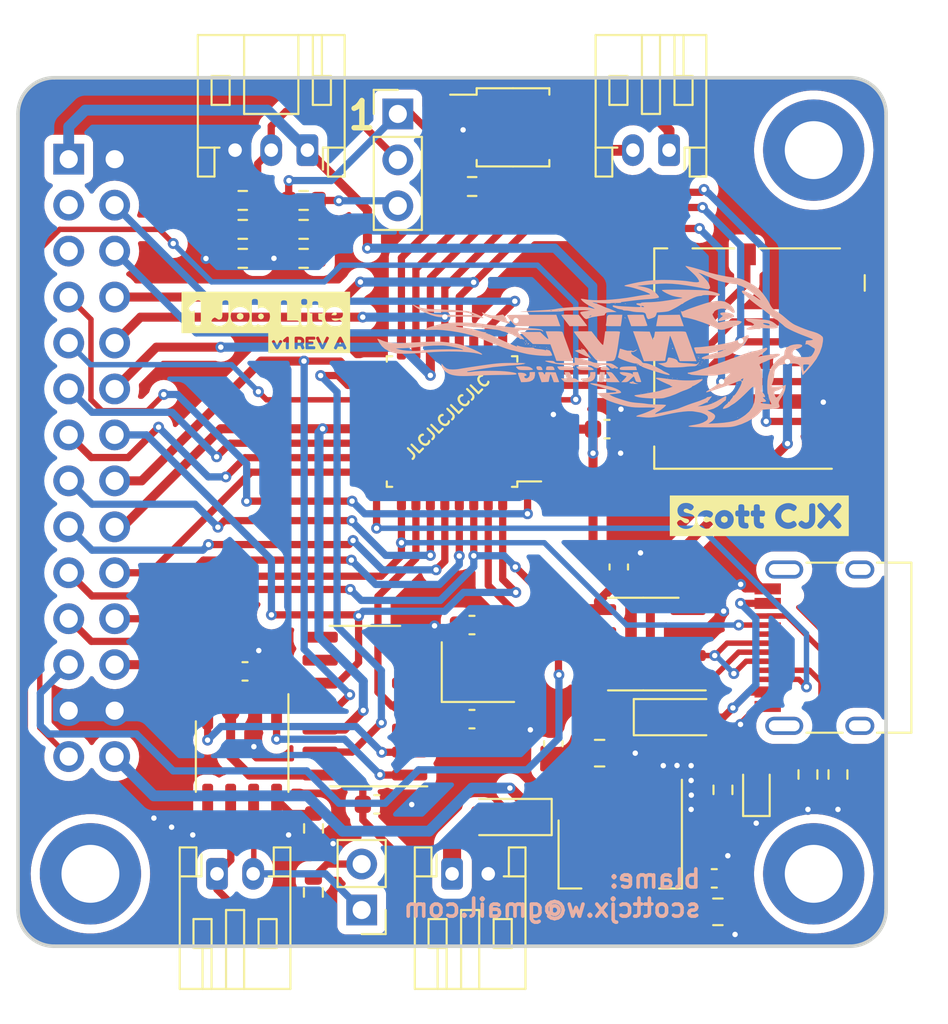
<source format=kicad_pcb>
(kicad_pcb (version 20221018) (generator pcbnew)
  (layers (0 "F.Cu" signal) (31 "B.Cu" signal) (34 "B.Paste" user) (35 "F.Paste" user) (36 "B.SilkS" user "B.Silkscreen") (37 "F.SilkS" user "F.Silkscreen") (38 "B.Mask" user) (39 "F.Mask" user) (44 "Edge.Cuts" user))
  (net 0 "")
  (net 1 "/PC14")
  (net 2 "/PC15")
  (net 3 "+3V3")
  (net 4 "GND")
  (net 5 "/~{NRST}")
  (net 6 "/CanBus/OSC_OUT")
  (net 7 "/CanBus/OSC_IN")
  (net 8 "Net-(D401-A)")
  (net 9 "Net-(J201-Pin_2)")
  (net 10 "VCC")
  (net 11 "VBUS")
  (net 12 "/1JIO/A1_DIV-12V")
  (net 13 "/1JIO/A1_DIV-05V")
  (net 14 "/1JIO/SSR-IN")
  (net 15 "/1JIO/SSR-OUT")
  (net 16 "Net-(U201-Rs)")
  (net 17 "/CAN_+")
  (net 18 "/PB7")
  (net 19 "/CanBus/CAN_TX")
  (net 20 "/CanBus/CAN_RX")
  (net 24 "/PB2")
  (net 25 "/PB8")
  (net 26 "/PA10")
  (net 28 "/PA0")
  (net 29 "/CAN_-")
  (net 30 "/ANA_1")
  (net 31 "Net-(J407-CC1)")
  (net 32 "/1JIO/USB_D+")
  (net 33 "/1JIO/USB_D-")
  (net 34 "/PA13")
  (net 35 "Net-(J407-CC2)")
  (net 37 "Net-(R401-Pad2)")
  (net 38 "Net-(R405-Pad2)")
  (net 39 "/DO_SSR")
  (net 40 "Net-(R407-Pad2)")
  (net 41 "/I2C1_SDA")
  (net 42 "/PA2")
  (net 43 "/PA3")
  (net 44 "/CAN_CS1")
  (net 45 "/PA5")
  (net 46 "/PA6")
  (net 47 "/PA7")
  (net 48 "/I2C1_SCL")
  (net 49 "/PC6")
  (net 50 "/I2C2_SDA")
  (net 51 "/I2C2_SCL")
  (net 52 "/PA15")
  (net 53 "/PB4")
  (net 54 "/PB6")
  (net 55 "/CanBus/~{INT1}")
  (net 56 "/CanBus/~{INT0}")
  (net 59 "/PA4")
  (net 60 "/PB5")
  (net 61 "/PA1")
  (net 62 "/PB3")
  (net 63 "Net-(D102-A)")
  (net 66 "/PA14")
  (footprint "Capacitor_SMD:C_0603_1608Metric" (layer "F.Cu") (at 108.57 95.42)
    (fp_text reference "C101" hide)
    (fp_text value "100n")
  )
  (footprint "kibuzzard-654FB554" (layer "F.Cu") (at 92.09776 90.66)
    (fp_text reference "kibuzzard-654FB554" hide)
    (fp_text value "G***" hide)
  )
  (footprint "Crystal:Crystal_SMD_3225-4Pin_3.2x2.5mm" (layer "F.Cu") (at 101.43 108.85)
    (fp_text reference "Y201" hide)
    (fp_text value "40MHz")
  )
  (footprint "Capacitor_SMD:C_0603_1608Metric" (layer "F.Cu") (at 95.84 116.16)
    (fp_text reference "C201" hide)
    (fp_text value "100n")
  )
  (footprint "Package_SO:SOIC-8_3.9x4.9mm_P1.27mm" (layer "F.Cu") (at 110.575 107.3 180)
    (fp_text reference "U402" hide)
    (fp_text value "CH340N")
  )
  (footprint "Resistor_SMD:R_0603_1608Metric" (layer "F.Cu") (at 121.34 114.51 -90)
    (fp_text reference "R409" hide)
    (fp_text value "5.1k")
  )
  (footprint "NVF-Kicad:48x48 Module" (layer "F.Cu") (at 100 100 -90)
    (fp_text reference "J405" hide)
    (fp_text value "Conn_02x14_Odd_Even" hide)
    (fp_line (start -24 22) (end -24 -22) (stroke (width 0.2)) (layer "Edge.Cuts"))
    (fp_line (start -22 -24) (end 22 -24) (stroke (width 0.2)) (layer "Edge.Cuts"))
    (fp_line (start 22 24) (end -22 24) (stroke (width 0.2)) (layer "Edge.Cuts"))
    (fp_line (start 24 22) (end 24 -22) (stroke (width 0.2)) (layer "Edge.Cuts"))
    (fp_arc (start -24 -22) (mid -23.414214 -23.414214) (end -22 -24) (stroke (width 0.2)) (layer "Edge.Cuts"))
    (fp_arc (start -22 24) (mid -23.414214 23.414214) (end -24 22) (stroke (width 0.2)) (layer "Edge.Cuts"))
    (fp_arc (start 22 -24) (mid 23.414214 -23.414214) (end 24 -22) (stroke (width 0.2)) (layer "Edge.Cuts"))
    (fp_arc (start 24 22) (mid 23.414214 23.414214) (end 22 24) (stroke (width 0.2)) (layer "Edge.Cuts"))
  )
  (footprint "Resistor_SMD:R_0603_1608Metric" (layer "F.Cu") (at 88.425 85.98)
    (fp_text reference "R403" hide)
    (fp_text value "5.1k")
  )
  (footprint "Diode_SMD:D_SOD-123" (layer "F.Cu") (at 103.15 116.86 180)
    (fp_text reference "D401" hide)
    (fp_text value "B5819W")
  )
  (footprint "Resistor_SMD:R_0603_1608Metric" (layer "F.Cu") (at 88.425 84.38)
    (fp_text reference "R402" hide)
    (fp_text value "5.1k")
  )
  (footprint "Connector_USB:USB_C_Receptacle_HRO_TYPE-C-31-M-12" (layer "F.Cu") (at 121.5 107.5 90)
    (fp_text reference "J407" hide)
    (fp_text value "USB C")
  )
  (footprint "Package_SO:SOIC-14_3.9x8.7mm_P1.27mm" (layer "F.Cu") (at 95.18 110.73 180)
    (fp_text reference "U202" hide)
    (fp_text value "MCP2518FD")
  )
  (footprint "Connector_Card:microSD_HC_Molex_104031-0811" (layer "F.Cu") (at 117 91.5 -90)
    (fp_text reference "J301" hide)
    (fp_text value "GT-TF003-H0185-02")
  )
  (footprint "Connector_JST:JST_PH_S2B-PH-K_1x02_P2.00mm_Horizontal" (layer "F.Cu") (at 87 120)
    (fp_text reference "J402" hide)
    (fp_text value "CAN")
  )
  (footprint "Capacitor_SMD:C_0805_2012Metric" (layer "F.Cu") (at 108.16 113.33)
    (fp_text reference "C102" hide)
    (fp_text value "1uF")
  )
  (footprint "Resistor_SMD:R_0603_1608Metric" (layer "F.Cu") (at 101.11 82.01)
    (fp_text reference "R407" hide)
    (fp_text value "330")
  )
  (footprint "Capacitor_SMD:C_0603_1608Metric" (layer "F.Cu") (at 109.22 103.04 90)
    (fp_text reference "C401" hide)
    (fp_text value "100n")
  )
  (footprint "Resistor_SMD:R_0603_1608Metric" (layer "F.Cu") (at 91.79 84.38 180)
    (fp_text reference "R406" hide)
    (fp_text value "5.1k")
  )
  (footprint "Resistor_SMD:R_0603_1608Metric" (layer "F.Cu") (at 91.79 82.78 180)
    (fp_text reference "R404" hide)
    (fp_text value "5.1k")
  )
  (footprint "LED_SMD:LED_0603_1608Metric" (layer "F.Cu") (at 116.83 115.32 90)
    (fp_text reference "D102" hide)
    (fp_text value "LED")
  )
  (footprint "Diode_SMD:D_SOD-123" (layer "F.Cu") (at 112.41 111.34)
    (fp_text reference "D402" hide)
    (fp_text value "B5819W")
  )
  (footprint "Resistor_SMD:R_0603_1608Metric" (layer "F.Cu") (at 92.34 117.49 90)
    (fp_text reference "R201" hide)
    (fp_text value "10k")
  )
  (footprint "Capacitor_SMD:C_0603_1608Metric" (layer "F.Cu") (at 101.1 106.25)
    (fp_text reference "C204" hide)
    (fp_text value "20p")
  )
  (footprint "Capacitor_SMD:C_0603_1608Metric" (layer "F.Cu") (at 114.5 120.25)
    (fp_text reference "C105" hide)
    (fp_text value "100n")
  )
  (footprint "Capacitor_SMD:C_0603_1608Metric" (layer "F.Cu") (at 105.6 112.81 90)
    (fp_text reference "C103" hide)
    (fp_text value "100n")
  )
  (footprint "Resistor_SMD:R_0603_1608Metric" (layer "F.Cu") (at 92.33 121.03 -90)
    (fp_text reference "R202" hide)
    (fp_text value "120")
  )
  (footprint "kibuzzard-654FB568" (layer "F.Cu") (at 89.7 88.97)
    (fp_text reference "kibuzzard-654FB568" hide)
    (fp_text value "G***" hide)
  )
  (footprint "kibuzzard-654FB514" (layer "F.Cu") (at 116.99 100.21)
    (fp_text reference "kibuzzard-654FB514" hide)
    (fp_text value "G***" hide)
  )
  (footprint "Package_QFP:LQFP-32_7x7mm_P0.8mm" (layer "F.Cu") (at 100 95 180)
    (fp_text reference "U101" hide)
    (fp_text value "STM32G030K6Tx")
  )
  (footprint "Resistor_SMD:R_0603_1608Metric" (layer "F.Cu") (at 88.425 82.78 180)
    (fp_text reference "R401" hide)
    (fp_text value "10k")
  )
  (footprint "Connector_PinHeader_2.54mm:PinHeader_1x02_P2.54mm_Vertical" (layer "F.Cu") (at 95 122 180)
    (fp_text reference "J201" hide)
    (fp_text value "TERM")
  )
  (footprint "Resistor_SMD:R_0603_1608Metric" (layer "F.Cu") (at 119.68 114.51 -90)
    (fp_text reference "R408" hide)
    (fp_text value "5.1k")
  )
  (footprint "Connector_PinHeader_2.54mm:PinHeader_1x03_P2.54mm_Vertical" (layer "F.Cu") (at 97 78)
    (fp_text reference "J406" hide)
    (fp_text value "A1-SEL")
  )
  (footprint "Connector_JST:JST_PH_S2B-PH-K_1x02_P2.00mm_Horizontal" (layer "F.Cu") (at 112 80 180)
    (fp_text reference "J401" hide)
    (fp_text value "SSR")
  )
  (footprint "Connector_JST:JST_PH_S3B-PH-K_1x03_P2.00mm_Horizontal" (layer "F.Cu") (at 92 80 180)
    (fp_text reference "J403" hide)
    (fp_text value "ANA")
  )
  (footprint "Capacitor_SMD:C_0805_2012Metric" (layer "F.Cu") (at 114.7 122.1)
    (fp_text reference "C104" hide)
    (fp_text value "1uF")
  )
  (footprint "Resistor_SMD:R_0603_1608Metric" (layer "F.Cu") (at 91.79 85.98)
    (fp_text reference "R405" hide)
    (fp_text value "10k")
  )
  (footprint "Capacitor_SMD:C_0603_1608Metric" (layer "F.Cu") (at 101.1 111.45)
    (fp_text reference "C203" hide)
    (fp_text value "20p")
  )
  (footprint "Connector_JST:JST_PH_S2B-PH-K_1x02_P2.00mm_Horizontal" (layer "F.Cu") (at 100 120)
    (fp_text reference "J404" hide)
    (fp_text value "PWR")
  )
  (footprint "Package_SO:SOIC-8_3.9x4.9mm_P1.27mm" (layer "F.Cu") (at 88.39 113.52 -90)
    (fp_text reference "U201" hide)
    (fp_text value "SN65HVD230")
  )
  (footprint "Resistor_SMD:R_0603_1608Metric" (layer "F.Cu") (at 114.98 115.357501 -90)
    (fp_text reference "R102" hide)
    (fp_text value "10k")
  )
  (footprint "Package_TO_SOT_SMD:SOT-223-3_TabPin2" (layer "F.Cu") (at 109.3 118.9 -90)
    (fp_text reference "U102" hide)
    (fp_text value "AMS1117-3.3")
  )
  (footprint "Package_SO:SOP-4_3.8x4.1mm_P2.54mm" (layer "F.Cu") (at 103.37 78.74)
    (fp_text reference "U401" hide)
    (fp_text value "KAQY214")
  )
  (footprint "Capacitor_SMD:C_0603_1608Metric" (layer "F.Cu") (at 88.55 108.81)
    (fp_text reference "C202" hide)
    (fp_text value "100n")
  )
  (footprint "scottcjx-graphics:nvf_30mm" (layer "B.Cu") (at 108.139902 93.460493 180)
    (fp_text reference "G***" hide)
    (fp_text value "LOGO" hide)
  )
  (gr_text "blame:\nscottcjx.w@gmail.com" (at 113.85 122.47) (layer "B.SilkS") (effects (font (size 1 1) (thickness 0.2) bold) (justify left bottom mirror)))
  (gr_text "JLCJLCJLCJLC" (at 100 95 45) (layer "F.SilkS") (effects (font (size 0.6 0.6) (thickness 0.125) bold) (justify bottom)))
  (gr_text "1" (at 94.1 78.96) (layer "F.SilkS") (effects (font (size 1.5 1.5) (thickness 0.3) bold) (justify left bottom)))
  (segment (start 87.755 113.505) (end 88.79 114.54) (width 0.5) (layer "F.Cu") (net 3))
  (segment (start 87.755 111.045) (end 87.755 113.505) (width 0.5) (layer "F.Cu") (net 3))
  (segment (start 109.3 115.34) (end 112.09 112.55) (width 0.5) (layer "F.Cu") (net 3))
  (segment (start 87.775 108.81) (end 87.405 108.44) (width 0.5) (layer "F.Cu") (net 3))
  (segment (start 107.795 95.42) (end 107.795 96.75) (width 0.5) (layer "F.Cu") (net 3))
  (segment (start 97.14 120.83) (end 98.36 122.05) (width 0.4) (layer "F.Cu") (net 3))
  (segment (start 95.32 83.32) (end 92 80) (width 0.5) (layer "F.Cu") (net 3))
  (segment (start 112.09 112.55) (end 112.09 110.39) (width 0.5) (layer "F.Cu") (net 3))
  (segment (start 117.295 97.475) (end 110.965 103.805) (width 0.5) (layer "F.Cu") (net 3))
  (segment (start 110.965 109.265) (end 110.965 103.805) (width 0.5) (layer "F.Cu") (net 3))
  (segment (start 104.195 95.42) (end 104.175 95.4) (width 0.5) (layer "F.Cu") (net 3))
  (segment (start 107.795 96.75) (end 107.795 102.39) (width 0.5) (layer "F.Cu") (net 3))
  (segment (start 95.065 117.015) (end 97.14 119.09) (width 0.4) (layer "F.Cu") (net 3))
  (segment (start 95.32 85.42) (end 95.32 83.32) (width 0.5) (layer "F.Cu") (net 3))
  (segment (start 98.36 122.05) (end 109.3 122.05) (width 0.4) (layer "F.Cu") (net 3))
  (segment (start 109.23 103.805) (end 109.22 103.815) (width 0.5) (layer "F.Cu") (net 3))
  (segment (start 87.755 111.045) (end 87.755 108.83) (width 1) (layer "F.Cu") (net 3))
  (segment (start 113.725 117.437501) (end 113.725 120.25) (width 0.5) (layer "F.Cu") (net 3))
  (segment (start 118.55 96.22) (end 117.295 97.475) (width 0.5) (layer "F.Cu") (net 3))
  (segment (start 87.755 108.83) (end 87.775 108.81) (width 1) (layer "F.Cu") (net 3))
  (segment (start 107.795 95.42) (end 104.195 95.42) (width 0.5) (layer "F.Cu") (net 3))
  (segment (start 95.065 116.16) (end 95.065 117.015) (width 0.4) (layer "F.Cu") (net 3))
  (segment (start 107.795 102.39) (end 109.22 103.815) (width 0.5) (layer "F.Cu") (net 3))
  (segment (start 114.98 116.182501) (end 113.725 117.437501) (width 0.5) (layer "F.Cu") (net 3))
  (segment (start 108.1 104.935) (end 109.22 103.815) (width 0.5) (layer "F.Cu") (net 3))
  (segment (start 108.1 105.395) (end 108.1 104.935) (width 0.5) (layer "F.Cu") (net 3))
  (segment (start 97.14 119.09) (end 97.14 120.83) (width 0.4) (layer "F.Cu") (net 3))
  (segment (start 92.705 114.54) (end 94.33 114.54) (width 0.4) (layer "F.Cu") (net 3))
  (segment (start 94.33 114.54) (end 95.065 115.275) (width 0.4) (layer "F.Cu") (net 3))
  (segment (start 95.065 115.275) (end 95.065 116.16) (width 0.4) (layer "F.Cu") (net 3))
  (segment (start 112.09 110.39) (end 110.965 109.265) (width 0.5) (layer "F.Cu") (net 3))
  (segment (start 87.405 108.44) (end 81.34 108.44) (width 0.5) (layer "F.Cu") (net 3))
  (segment (start 109.3 115.75) (end 109.3 115.34) (width 0.5) (layer "F.Cu") (net 3))
  (segment (start 110.965 103.805) (end 109.23 103.805) (width 0.5) (layer "F.Cu") (net 3))
  (segment (start 118.555 91.695) (end 122.45 91.695) (width 0.5) (layer "F.Cu") (net 3))
  (segment (start 88.79 114.54) (end 92.705 114.54) (width 0.5) (layer "F.Cu") (net 3))
  (segment (start 118.55 91.69) (end 118.555 91.695) (width 0.5) (layer "F.Cu") (net 3))
  (via (at 95.32 85.42) (size 0.6) (drill 0.3) (layers "F.Cu" "B.Cu") (net 3))
  (via (at 118.55 91.69) (size 0.6) (drill 0.3) (layers "F.Cu" "B.Cu") (net 3))
  (via (at 118.55 96.22) (size 0.6) (drill 0.3) (layers "F.Cu" "B.Cu") (net 3))
  (via (at 107.795 96.75) (size 0.6) (drill 0.3) (layers "F.Cu" "B.Cu") (net 3))
  (segment (start 118.55 91.69) (end 118.55 96.22) (width 0.5) (layer "B.Cu") (net 3))
  (segment (start 79.72 77.79) (end 89.79 77.79) (width 0.6) (layer "B.Cu") (net 3))
  (segment (start 107.78 87.52) (end 107.78 96.735) (width 0.5) (layer "B.Cu") (net 3))
  (segment (start 78.8 78.71) (end 79.72 77.79) (width 0.6) (layer "B.Cu") (net 3))
  (segment (start 89.79 77.79) (end 92 80) (width 0.6) (layer "B.Cu") (net 3))
  (segment (start 105.68 85.42) (end 107.78 87.52) (width 0.5) (layer "B.Cu") (net 3))
  (segment (start 107.78 96.735) (end 107.795 96.75) (width 0.5) (layer "B.Cu") (net 3))
  (segment (start 78.8 80.5) (end 78.8 78.71) (width 0.6) (layer "B.Cu") (net 3))
  (segment (start 95.32 85.42) (end 105.68 85.42) (width 0.5) (layer "B.Cu") (net 3))
  (segment (start 93.405 118.315) (end 93.42 118.33) (width 0.4) (layer "F.Cu") (net 4))
  (segment (start 96.615 116.16) (end 97.76 116.16) (width 0.4) (layer "F.Cu") (net 4))
  (segment (start 109.345 95.42) (end 109.345 94.325) (width 0.4) (layer "F.Cu") (net 4))
  (segment (start 92.34 118.315) (end 93.405 118.315) (width 0.4) (layer "F.Cu") (net 4))
  (segment (start 89.325 108.81) (end 89.325 107.675) (width 0.4) (layer "F.Cu") (net 4))
  (segment (start 104.33 112.04) (end 105.595 112.04) (width 0.4) (layer "F.Cu") (net 4))
  (segment (start 89.025 111.045) (end 89.025 109.11) (width 0.4) (layer "F.Cu") (net 4))
  (segment (start 105.595 112.04) (end 105.6 112.035) (width 0.4) (layer "F.Cu") (net 4))
  (segment (start 109.345 95.42) (end 109.345 96.7255) (width 0.4) (layer "F.Cu") (net 4))
  (segment (start 113.835 106.665) (end 115.02 105.48) (width 0.4) (layer "F.Cu") (net 4))
  (segment (start 105.59188 94.6) (end 104.175 94.6) (width 0.4) (layer "F.Cu") (net 4))
  (segment (start 86.4 85.98) (end 86.39 85.99) (width 0.4) (layer "F.Cu") (net 4))
  (segment (start 115.275 119.025) (end 115.25 119) (width 0.4) (layer "F.Cu") (net 4))
  (segment (start 121.34 115.335) (end 121.34 116.44) (width 0.4) (layer "F.Cu") (net 4))
  (segment (start 115.65 122.1) (end 115.65 123.35) (width 0.4) (layer "F.Cu") (net 4))
  (segment (start 92.34 118.315) (end 91.425 118.315) (width 0.4) (layer "F.Cu") (net 4))
  (segment (start 100.62 78.89) (end 100.61 78.88) (width 0.5) (layer "F.Cu") (net 4))
  (segment (start 116.94 110.75) (end 115.95 111.74) (width 0.4) (layer "F.Cu") (net 4))
  (segment (start 116.83 116.1075) (end 116.83 117.19) (width 0.5) (layer "F.Cu") (net 4))
  (segment (start 91.425 118.315) (end 90.96 117.85) (width 0.4) (layer "F.Cu") (net 4))
  (segment (start 89.025 112.955) (end 89.04 112.97) (width 0.4) (layer "F.Cu") (net 4))
  (segment (start 98.4 106.92) (end 97.655 106.92) (width 0.4) (layer "F.Cu") (net 4))
  (segment (start 117.455 104.25) (end 116.21 104.25) (width 0.4) (layer "F.Cu") (net 4))
  (segment (start 110.13 113.33) (end 109.11 113.33) (width 0.4) (layer "F.Cu") (net 4))
  (segment (start 100.62 80.01) (end 100.62 78.89) (width 0.5) (layer "F.Cu") (net 4))
  (segment (start 89.025 111.045) (end 89.025 112.955) (width 0.4) (layer "F.Cu") (net 4))
  (segment (start 97.76 116.16) (end 97.77 116.17) (width 0.4) (layer "F.Cu") (net 4))
  (segment (start 116.21 104.25) (end 115.96 104) (width 0.4) (layer "F.Cu") (net 4))
  (segment (start 109.345 94.325) (end 109.34 94.32) (width 0.4) (layer "F.Cu") (net 4))
  (segment (start 122.45 93.895) (end 120.565 93.895) (width 0.4) (layer "F.Cu") (net 4))
  (segment (start 119.68 116.44) (end 119.68 115.335) (width 0.4) (layer "F.Cu") (net 4))
  (segment (start 116.83 117.19) (end 116.82 117.2) (width 0.5) (layer "F.Cu") (net 4))
  (segment (start 109.22 102.265) (end 110.415 102.265) (width 0.4) (layer "F.Cu") (net 4))
  (segment (start 115.65 120.625) (end 115.275 120.25) (width 1) (layer "F.Cu") (net 4))
  (segment (start 99.03 106.29) (end 98.4 106.92) (width 0.4) (layer "F.Cu") (net 4))
  (segment (start 120.565 93.895) (end 120.53 93.93) (width 0.4) (layer "F.Cu") (net 4))
  (segment (start 113.05 106.665) (end 113.835 106.665) (width 0.4) (layer "F.Cu") (net 4))
  (segment (start 87.6 85.98) (end 86.4 85.98) (width 0.4) (layer "F.Cu") (net 4))
  (segment (start 89.325 107.675) (end 89.31 107.66) (width 0.4) (layer "F.Cu") (net 4))
  (segment (start 90.1495 85.98) (end 90.965 85.98) (width 0.4) (layer "F.Cu") (net 4))
  (segment (start 115.65 122.1) (end 115.65 120.625) (width 1) (layer "F.Cu") (net 4))
  (segment (start 110.415 102.265) (end 110.42 102.26) (width 0.4) (layer "F.Cu") (net 4))
  (segment (start 109.345 96.7255) (end 109.3205 96.75) (width 0.4) (layer "F.Cu") (net 4))
  (segment (start 105.60238 94.6105) (end 105.59188 94.6) (width 0.4) (layer "F.Cu") (net 4))
  (segment (start 115.275 120.25) (end 115.275 119.025) (width 0.4) (layer "F.Cu") (net 4))
  (segment (start 117.455 110.75) (end 116.94 110.75) (width 0.4) (layer "F.Cu") (net 4))
  (segment (start 89.025 109.11) (end 89.325 108.81) (width 0.4) (layer "F.Cu") (net 4))
  (via (at 119.68 116.44) (size 0.6) (drill 0.3) (layers "F.Cu" "B.Cu") (net 4))
  (via (at 85.66 117.85) (size 0.6) (drill 0.3) (layers "F.Cu" "B.Cu") (net 4))
  (via (at 113.22 116.44) (size 0.6) (drill 0.3) (layers "F.Cu" "B.Cu") (net 4))
  (via (at 115.95 111.74) (size 0.6) (drill 0.3) (layers "F.Cu" "B.Cu") (net 4))
  (via (at 99.03 106.29) (size 0.6) (drill 0.3) (layers "F.Cu" "B.Cu") (net 4))
  (via (at 113.22 114.02) (size 0.6) (drill 0.3) (layers "F.Cu" "B.Cu") (net 4))
  (via (at 104.33 112.04) (size 0.6) (drill 0.3) (layers "F.Cu" "B.Cu") (net 4))
  (via (at 90.96 117.85) (size 0.6) (drill 0.3) (layers "F.Cu" "B.Cu") (net 4))
  (via (at 89.04 112.97) (size 0.6) (drill 0.3) (layers "F.Cu" "B.Cu") (net 4))
  (via (at 100.61 78.88) (size 0.6) (drill 0.3) (layers "F.Cu" "B.Cu") (net 4))
  (via (at 110.13 113.33) (size 0.6) (drill 0.3) (layers "F.Cu" "B.Cu") (net 4))
  (via (at 105.60238 94.6105) (size 0.6) (drill 0.3) (layers "F.Cu" "B.Cu") (net 4))
  (via (at 120.53 93.93) (size 0.6) (drill 0.3) (layers "F.Cu" "B.Cu") (net 4))
  (via (at 115.02 105.48) (size 0.6) (drill 0.3) (layers "F.Cu" "B.Cu") (net 4))
  (via (at 83.51 116.92) (size 0.6) (drill 0.3) (layers "F.Cu" "B.Cu") (net 4))
  (via (at 110.42 102.26) (size 0.6) (drill 0.3) (layers "F.Cu" "B.Cu") (net 4))
  (via (at 86.39 85.99) (size 0.6) (drill 0.3) (layers "F.Cu" "B.Cu") (net 4))
  (via (at 121.34 116.44) (size 0.6) (drill 0.3) (layers "F.Cu" "B.Cu") (net 4))
  (via (at 113.22 114.84) (size 0.6) (drill 0.3) (layers "F.Cu" "B.Cu") (net 4))
  (via (at 111.679977 114.019977) (size 0.6) (drill 0.3) (layers "F.Cu" "B.Cu") (net 4))
  (via (at 109.34 94.32) (size 0.6) (drill 0.3) (layers "F.Cu" "B.Cu") (net 4))
  (via (at 93.42 118.33) (size 0.6) (drill 0.3) (layers "F.Cu" "B.Cu") (net 4))
  (via (at 115.65 123.35) (size 0.6) (drill 0.3) (layers "F.Cu" "B.Cu") (net 4))
  (via (at 112.44 114.01) (size 0.6) (drill 0.3) (layers "F.Cu" "B.Cu") (net 4))
  (via (at 84.49 117.42) (size 0.6) (drill 0.3) (layers "F.Cu" "B.Cu") (net 4))
  (via (at 90.1495 85.98) (size 0.6) (drill 0.3) (layers "F.Cu" "B.Cu") (net 4))
  (via (at 97.77 116.17) (size 0.6) (drill 0.3) (layers "F.Cu" "B.Cu") (net 4))
  (via (at 115.25 119) (size 0.6) (drill 0.3) (layers "F.Cu" "B.Cu") (net 4))
  (via (at 116.82 117.2) (size 0.6) (drill 0.3) (layers "F.Cu" "B.Cu") (net 4))
  (via (at 109.3205 96.75) (size 0.6) (drill 0.3) (layers "F.Cu" "B.Cu") (net 4))
  (via (at 113.23 115.65) (size 0.6) (drill 0.3) (layers "F.Cu" "B.Cu") (net 4))
  (via (at 89.31 107.66) (size 0.6) (drill 0.3) (layers "F.Cu" "B.Cu") (net 4))
  (via (at 115.96 104) (size 0.6) (drill 0.3) (layers "F.Cu" "B.Cu") (net 4))
  (segment (start 83.8 84.38) (end 84.58 85.16) (width 0.3) (layer "F.Cu") (net 5))
  (segment (start 77.2 111.92) (end 77.2 85.482943) (width 0.3) (layer "F.Cu") (net 5))
  (segment (start 104.175 93.8) (end 106.82 93.8) (width 0.3) (layer "F.Cu") (net 5))
  (segment (start 78.302943 84.38) (end 83.8 84.38) (width 0.3) (layer "F.Cu") (net 5))
  (segment (start 78.8 113.52) (end 77.2 111.92) (width 0.3) (layer "F.Cu") (net 5))
  (segment (start 77.2 85.482943) (end 78.302943 84.38) (width 0.3) (layer "F.Cu") (net 5))
  (segment (start 106.82 93.8) (end 106.84 93.78) (width 0.3) (layer "F.Cu") (net 5))
  (via (at 84.58 85.16) (size 0.6) (drill 0.3) (layers "F.Cu" "B.Cu") (net 5))
  (via (at 106.84 93.78) (size 0.6) (drill 0.3) (layers "F.Cu" "B.Cu") (net 5))
  (segment (start 86.7 87.28) (end 84.58 85.16) (width 0.3) (layer "B.Cu") (net 5))
  (segment (start 106.84 88.48) (end 104.72 86.36) (width 0.3) (layer "B.Cu") (net 5))
  (segment (start 104.72 86.36) (end 93.86 86.36) (width 0.3) (layer "B.Cu") (net 5))
  (segment (start 106.84 93.78) (end 106.84 88.48) (width 0.3) (layer "B.Cu") (net 5))
  (segment (start 93.86 86.36) (end 92.94 87.28) (width 0.3) (layer "B.Cu") (net 5))
  (segment (start 92.94 87.28) (end 86.7 87.28) (width 0.3) (layer "B.Cu") (net 5))
  (segment (start 100.325 111.45) (end 100.325 109.705) (width 0.4) (layer "F.Cu") (net 6))
  (segment (start 100.09 109.46) (end 100.33 109.7) (width 0.4) (layer "F.Cu") (net 6))
  (segment (start 97.655 109.46) (end 100.09 109.46) (width 0.4) (layer "F.Cu") (net 6))
  (segment (start 100.325 109.705) (end 100.33 109.7) (width 0.4) (layer "F.Cu") (net 6))
  (segment (start 100.33 106.255) (end 100.325 106.25) (width 0.4) (layer "F.Cu") (net 7))
  (segment (start 100.14 108.19) (end 100.33 108) (width 0.4) (layer "F.Cu") (net 7))
  (segment (start 97.655 108.19) (end 100.14 108.19) (width 0.4) (layer "F.Cu") (net 7))
  (segment (start 100.33 108) (end 100.33 106.255) (width 0.4) (layer "F.Cu") (net 7))
  (segment (start 100 120) (end 100 118.36) (width 1) (layer "F.Cu") (net 8))
  (segment (start 100 118.36) (end 101.5 116.86) (width 1) (layer "F.Cu") (net 8))
  (segment (start 93.075 119.46) (end 92.33 120.205) (width 0.4) (layer "F.Cu") (net 9))
  (segment (start 95 119.46) (end 93.075 119.46) (width 0.4) (layer "F.Cu") (net 9))
  (segment (start 105.89 116.86) (end 107 115.75) (width 1) (layer "F.Cu") (net 10))
  (segment (start 110.76 111.34) (end 107.96 111.34) (width 1) (layer "F.Cu") (net 10))
  (segment (start 104.8 116.86) (end 103.2 115.26) (width 0.6) (layer "F.Cu") (net 10))
  (segment (start 107.21 112.09) (end 107.21 113.33) (width 1) (layer "F.Cu") (net 10))
  (segment (start 107.96 111.34) (end 107.21 112.09) (width 1) (layer "F.Cu") (net 10))
  (segment (start 104.8 116.86) (end 105.89 116.86) (width 1) (layer "F.Cu") (net 10))
  (via (at 103.2 115.26) (size 0.6) (drill 0.3) (layers "F.Cu" "B.Cu") (net 10))
  (segment (start 98.73 117.64) (end 93.95 117.64) (width 0.6) (layer "B.Cu") (net 10))
  (segment (start 93.95 117.64) (end 92 115.69) (width 0.6) (layer "B.Cu") (net 10))
  (segment (start 83.51 115.69) (end 81.34 113.52) (width 0.6) (layer "B.Cu") (net 10))
  (segment (start 103.2 115.26) (end 101.11 115.26) (width 0.6) (layer "B.Cu") (net 10))
  (segment (start 92 115.69) (end 83.51 115.69) (width 0.6) (layer "B.Cu") (net 10))
  (segment (start 101.11 115.26) (end 98.73 117.64) (width 0.6) (layer "B.Cu") (net 10))
  (segment (start 117.455 109.95) (end 116.41 109.95) (width 0.4) (layer "F.Cu") (net 11))
  (segment (start 115.02 111.34) (end 115.53 110.83) (width 0.4) (layer "F.Cu") (net 11))
  (segment (start 114.06 111.34) (end 115.02 111.34) (width 0.4) (layer "F.Cu") (net 11))
  (segment (start 117.455 105.05) (end 115.95 105.05) (width 0.4) (layer "F.Cu") (net 11))
  (segment (start 116.41 109.95) (end 115.53 110.83) (width 0.4) (layer "F.Cu") (net 11))
  (via (at 115.53 110.83) (size 0.6) (drill 0.3) (layers "F.Cu" "B.Cu") (net 11))
  (via (at 115.95 105.05) (size 0.6) (drill 0.3) (layers "F.Cu" "B.Cu") (net 11))
  (segment (start 115.53 110.83) (end 116.8 109.56) (width 0.4) (layer "B.Cu") (net 11))
  (segment (start 116.8 109.56) (end 116.8 105.9) (width 0.4) (layer "B.Cu") (net 11))
  (segment (start 116.8 105.9) (end 115.95 105.05) (width 0.4) (layer "B.Cu") (net 11))
  (segment (start 89.25 80.75) (end 90 80) (width 0.4) (layer "F.Cu") (net 12))
  (segment (start 90 80) (end 90 78.67) (width 0.4) (layer "F.Cu") (net 12))
  (segment (start 94.32 77.86) (end 97 80.54) (width 0.4) (layer "F.Cu") (net 12))
  (segment (start 90.81 77.86) (end 94.32 77.86) (width 0.4) (layer "F.Cu") (net 12))
  (segment (start 90 78.67) (end 90.81 77.86) (width 0.4) (layer "F.Cu") (net 12))
  (segment (start 89.25 82.78) (end 89.25 80.75) (width 0.4) (layer "F.Cu") (net 12))
  (segment (start 93.720046 82.78) (end 93.740023 82.799977) (width 0.4) (layer "F.Cu") (net 13))
  (segment (start 92.615 82.78) (end 93.720046 82.78) (width 0.4) (layer "F.Cu") (net 13))
  (via (at 93.740023 82.799977) (size 0.6) (drill 0.3) (layers "F.Cu" "B.Cu") (net 13))
  (segment (start 96.719977 82.799977) (end 97 83.08) (width 0.4) (layer "B.Cu") (net 13))
  (segment (start 93.740023 82.799977) (end 96.719977 82.799977) (width 0.4) (layer "B.Cu") (net 13))
  (segment (start 106.12 77.47) (end 110.56 77.47) (width 0.6) (layer "F.Cu") (net 14))
  (segment (start 112 78.91) (end 112 80) (width 0.6) (layer "F.Cu") (net 14))
  (segment (start 110.56 77.47) (end 112 78.91) (width 0.6) (layer "F.Cu") (net 14))
  (segment (start 106.12 80.01) (end 109.99 80.01) (width 0.6) (layer "F.Cu") (net 15))
  (segment (start 109.99 80.01) (end 110 80) (width 0.6) (layer "F.Cu") (net 15))
  (segment (start 91.085 116.665) (end 92.34 116.665) (width 0.4) (layer "F.Cu") (net 16))
  (segment (start 90.415 115.995) (end 91.085 116.665) (width 0.4) (layer "F.Cu") (net 16))
  (segment (start 90.295 115.995) (end 90.415 115.995) (width 0.4) (layer "F.Cu") (net 16))
  (segment (start 89.035 119.385) (end 89.2 119.55) (width 0.3) (layer "F.Cu") (net 17))
  (segment (start 89.035 116.005) (end 89.035 119.385) (width 0.3) (layer "F.Cu") (net 17))
  (segment (start 89.025 115.995) (end 89.035 116.005) (width 0.3) (layer "F.Cu") (net 17))
  (segment (start 89 120) (end 93 120) (width 0.4) (layer "B.Cu") (net 17))
  (segment (start 93 120) (end 95 122) (width 0.4) (layer "B.Cu") (net 17))
  (segment (start 102 99.175) (end 102 104.05) (width 0.4) (layer "F.Cu") (net 18))
  (segment (start 105.885 107.935) (end 105.885 108.975) (width 0.4) (layer "F.Cu") (net 18))
  (segment (start 102 104.05) (end 105.885 107.935) (width 0.4) (layer "F.Cu") (net 18))
  (segment (start 105.885 108.975) (end 105.91 109) (width 0.4) (layer "F.Cu") (net 18))
  (segment (start 105.885 107.935) (end 108.1 107.935) (width 0.4) (layer "F.Cu") (net 18))
  (via (at 105.91 109) (size 0.6) (drill 0.3) (layers "F.Cu" "B.Cu") (net 18))
  (segment (start 105.91 109) (end 105.91 112.49) (width 0.4) (layer "B.Cu") (net 18))
  (segment (start 77.23 111.8) (end 77.23 110.01) (width 0.4) (layer "B.Cu") (net 18))
  (segment (start 91.96 114.31) (end 84.58 114.31) (width 0.4) (layer "B.Cu") (net 18))
  (segment (start 82.54 112.27) (end 77.7 112.27) (width 0.4) (layer "B.Cu") (net 18))
  (segment (start 105.91 112.49) (end 104.15 114.25) (width 0.4) (layer "B.Cu") (net 18))
  (segment (start 93.75 116.1) (end 91.96 114.31) (width 0.4) (layer "B.Cu") (net 18))
  (segment (start 98.15 114.25) (end 96.3 116.1) (width 0.4) (layer "B.Cu") (net 18))
  (segment (start 77.23 110.01) (end 78.8 108.44) (width 0.4) (layer "B.Cu") (net 18))
  (segment (start 104.15 114.25) (end 98.15 114.25) (width 0.4) (layer "B.Cu") (net 18))
  (segment (start 77.7 112.27) (end 77.23 111.8) (width 0.4) (layer "B.Cu") (net 18))
  (segment (start 84.58 114.31) (end 82.54 112.27) (width 0.4) (layer "B.Cu") (net 18))
  (segment (start 96.3 116.1) (end 93.75 116.1) (width 0.4) (layer "B.Cu") (net 18))
  (segment (start 97.655 114.54) (end 96.03 114.54) (width 0.4) (layer "F.Cu") (net 19))
  (segment (start 96.03 114.54) (end 96.01 114.52) (width 0.4) (layer "F.Cu") (net 19))
  (segment (start 90.295 112.5595) (end 90.295 111.045) (width 0.4) (layer "F.Cu") (net 19))
  (via (at 90.295 112.5595) (size 0.6) (drill 0.3) (layers "F.Cu" "B.Cu") (net 19))
  (via (at 96.01 114.52) (size 0.6) (drill 0.3) (layers "F.Cu" "B.Cu") (net 19))
  (segment (start 90.295 112.5595) (end 90.2955 112.56) (width 0.4) (layer "B.Cu") (net 19))
  (segment (start 90.2955 112.56) (end 94.05 112.56) (width 0.4) (layer "B.Cu") (net 19))
  (segment (start 94.05 112.56) (end 96.01 114.52) (width 0.4) (layer "B.Cu") (net 19))
  (segment (start 97.645 113.28) (end 97.655 113.27) (width 0.4) (layer "F.Cu") (net 20))
  (segment (start 86.485 111.045) (end 86.485 112.605) (width 0.4) (layer "F.Cu") (net 20))
  (segment (start 96.11 113.28) (end 97.645 113.28) (width 0.4) (layer "F.Cu") (net 20))
  (segment (start 86.485 112.605) (end 86.48 112.61) (width 0.4) (layer "F.Cu") (net 20))
  (via (at 96.11 113.28) (size 0.6) (drill 0.3) (layers "F.Cu" "B.Cu") (net 20))
  (via (at 86.48 112.61) (size 0.6) (drill 0.3) (layers "F.Cu" "B.Cu") (net 20))
  (segment (start 87.23 111.86) (end 94.69 111.86) (width 0.4) (layer "B.Cu") (net 20))
  (segment (start 94.69 111.86) (end 96.11 113.28) (width 0.4) (layer "B.Cu") (net 20))
  (segment (start 86.48 112.61) (end 87.23 111.86) (width 0.4) (layer "B.Cu") (net 20))
  (segment (start 89.45 91.66) (end 91.81 91.66) (width 0.5) (layer "F.Cu") (net 24))
  (segment (start 94.36 92.2) (end 95.825 92.2) (width 0.4) (layer "F.Cu") (net 24))
  (segment (start 81.34 98.28) (end 82.83 98.28) (width 0.5) (layer "F.Cu") (net 24))
  (segment (start 91.81 91.66) (end 93.82 91.66) (width 0.4) (layer "F.Cu") (net 24))
  (segment (start 82.83 98.28) (end 89.45 91.66) (width 0.5) (layer "F.Cu") (net 24))
  (segment (start 93.82 91.66) (end 94.36 92.2) (width 0.4) (layer "F.Cu") (net 24))
  (segment (start 92.705 110.73) (end 93.71 110.73) (width 0.4) (layer "F.Cu") (net 24))
  (segment (start 93.71 110.73) (end 94.34 110.1) (width 0.4) (layer "F.Cu") (net 24))
  (via (at 94.34 110.1) (size 0.6) (drill 0.3) (layers "F.Cu" "B.Cu") (net 24))
  (via (at 91.81 91.66) (size 0.6) (drill 0.3) (layers "F.Cu" "B.Cu") (net 24))
  (segment (start 91.82 91.67) (end 91.82 107.58) (width 0.4) (layer "B.Cu") (net 24))
  (segment (start 91.81 91.66) (end 91.82 91.67) (width 0.4) (layer "B.Cu") (net 24))
  (segment (start 91.82 107.58) (end 94.34 110.1) (width 0.4) (layer "B.Cu") (net 24))
  (segment (start 93.679999 109.46) (end 92.705 109.46) (width 0.4) (layer "F.Cu") (net 25))
  (segment (start 90.01 105.685837) (end 94.775837 105.685837) (width 0.4) (layer "F.Cu") (net 25))
  (segment (start 94.775837 105.685837) (end 94.83 105.74) (width 0.4) (layer "F.Cu") (net 25))
  (segment (start 102.8 103.719336) (end 102.8 99.175) (width 0.4) (layer "F.Cu") (net 25))
  (segment (start 103.525332 104.444668) (end 102.8 103.719336) (width 0.4) (layer "F.Cu") (net 25))
  (segment (start 94.83 108.309999) (end 93.679999 109.46) (width 0.4) (layer "F.Cu") (net 25))
  (segment (start 94.83 105.74) (end 94.83 108.309999) (width 0.4) (layer "F.Cu") (net 25))
  (via (at 90.01 105.685837) (size 0.6) (drill 0.3) (layers "F.Cu" "B.Cu") (net 25))
  (via (at 103.525332 104.444668) (size 0.6) (drill 0.3) (layers "F.Cu" "B.Cu") (net 25))
  (via (at 94.83 105.74) (size 0.6) (drill 0.3) (layers "F.Cu" "B.Cu") (net 25))
  (segment (start 99.592084 105.486444) (end 100.63386 104.444668) (width 0.4) (layer "B.Cu") (net 25))
  (segment (start 90.01 102.64) (end 83.11 95.74) (width 0.4) (layer "B.Cu") (net 25))
  (segment (start 100.63386 104.444668) (end 103.525332 104.444668) (width 0.4) (layer "B.Cu") (net 25))
  (segment (start 90.01 105.685837) (end 90.01 102.64) (width 0.4) (layer "B.Cu") (net 25))
  (segment (start 83.11 95.74) (end 81.34 95.74) (width 0.4) (layer "B.Cu") (net 25))
  (segment (start 95.083556 105.486444) (end 99.592084 105.486444) (width 0.4) (layer "B.Cu") (net 25))
  (segment (start 94.83 105.74) (end 95.083556 105.486444) (width 0.4) (layer "B.Cu") (net 25))
  (segment (start 87.21 95.4) (end 81.79 100.82) (width 0.5) (layer "F.Cu") (net 26))
  (segment (start 81.79 100.82) (end 81.34 100.82) (width 0.5) (layer "F.Cu") (net 26))
  (segment (start 92.8405 95.4) (end 95.825 95.4) (width 0.5) (layer "F.Cu") (net 26))
  (segment (start 94.06 112) (end 92.705 112) (width 0.5) (layer "F.Cu") (net 26))
  (segment (start 95.09 110.97) (end 94.06 112) (width 0.5) (layer "F.Cu") (net 26))
  (segment (start 92.8405 95.4) (end 87.21 95.4) (width 0.5) (layer "F.Cu") (net 26))
  (via (at 95.09 110.97) (size 0.6) (drill 0.3) (layers "F.Cu" "B.Cu") (net 26))
  (via (at 92.8405 95.4) (size 0.6) (drill 0.3) (layers "F.Cu" "B.Cu") (net 26))
  (segment (start 92.64 106.9) (end 95.09 109.35) (width 0.5) (layer "B.Cu") (net 26))
  (segment (start 95.09 109.35) (end 95.09 110.97) (width 0.5) (layer "B.Cu") (net 26))
  (segment (start 92.8405 95.4) (end 92.64 95.6005) (width 0.5) (layer "B.Cu") (net 26))
  (segment (start 92.64 95.6005) (end 92.64 106.9) (width 0.5) (layer "B.Cu") (net 26))
  (segment (start 115.525 89.495) (end 112.02 93) (width 0.4) (layer "F.Cu") (net 28))
  (segment (start 122.45 89.495) (end 115.525 89.495) (width 0.4) (layer "F.Cu") (net 28))
  (segment (start 112.02 93) (end 104.175 93) (width 0.4) (layer "F.Cu") (net 28))
  (segment (start 87.765 119.235) (end 87 120) (width 0.4) (layer "F.Cu") (net 29))
  (segment (start 87.995 121.855) (end 87 120.86) (width 0.4) (layer "F.Cu") (net 29))
  (segment (start 87 120.86) (end 87 120) (width 0.4) (layer "F.Cu") (net 29))
  (segment (start 92.33 121.855) (end 87.995 121.855) (width 0.4) (layer "F.Cu") (net 29))
  (segment (start 87.765 116.005) (end 87.765 119.235) (width 0.4) (layer "F.Cu") (net 29))
  (segment (start 87.755 115.995) (end 87.765 116.005) (width 0.4) (layer "F.Cu") (net 29))
  (segment (start 90.965 82.78) (end 90.965 84.38) (width 0.4) (layer "F.Cu") (net 30))
  (segment (start 97.75 78) (end 97 78) (width 0.4) (layer "F.Cu") (net 30))
  (segment (start 97.2 85.95) (end 99.02 84.13) (width 0.4) (layer "F.Cu") (net 30))
  (segment (start 90.965 84.38) (end 89.25 84.38) (width 0.4) (layer "F.Cu") (net 30))
  (segment (start 99.02 84.13) (end 99.02 79.27) (width 0.4) (layer "F.Cu") (net 30))
  (segment (start 90.965 81.695) (end 90.98 81.68) (width 0.4) (layer "F.Cu") (net 30))
  (segment (start 97.2 90.825) (end 97.2 85.95) (width 0.4) (layer "F.Cu") (net 30))
  (segment (start 90.965 82.78) (end 90.965 81.695) (width 0.4) (layer "F.Cu") (net 30))
  (segment (start 99.02 79.27) (end 97.75 78) (width 0.4) (layer "F.Cu") (net 30))
  (segment (start 89.25 84.38) (end 89.25 85.98) (width 0.4) (layer "F.Cu") (net 30))
  (via (at 90.98 81.68) (size 0.6) (drill 0.3) (layers "F.Cu" "B.Cu") (net 30))
  (segment (start 93.32 81.68) (end 97 78) (width 0.4) (layer "B.Cu") (net 30))
  (segment (start 90.98 81.68) (end 93.32 81.68) (width 0.4) (layer "B.Cu") (net 30))
  (segment (start 120.4 112.965) (end 119.68 113.685) (width 0.3) (layer "F.Cu") (net 31))
  (segment (start 120.4 109.38) (end 120.4 112.965) (width 0.3) (layer "F.Cu") (net 31))
  (segment (start 117.455 108.75) (end 119.77 108.75) (width 0.3) (layer "F.Cu") (net 31))
  (segment (start 119.77 108.75) (end 120.4 109.38) (width 0.3) (layer "F.Cu") (net 31))
  (segment (start 118.725 107.025) (end 118.725 107.45) (width 0.3) (layer "F.Cu") (net 32))
  (segment (start 118.425 107.75) (end 117.455 107.75) (width 0.3) (layer "F.Cu") (net 32))
  (segment (start 114.389239 109.205) (end 115.844239 107.75) (width 0.3) (layer "F.Cu") (net 32))
  (segment (start 117.455 106.75) (end 118.45 106.75) (width 0.3) (layer "F.Cu") (net 32))
  (segment (start 115.844239 107.75) (end 117.455 107.75) (width 0.3) (layer "F.Cu") (net 32))
  (segment (start 118.45 106.75) (end 118.725 107.025) (width 0.3) (layer "F.Cu") (net 32))
  (segment (start 113.05 109.205) (end 114.389239 109.205) (width 0.3) (layer "F.Cu") (net 32))
  (segment (start 118.725 107.45) (end 118.425 107.75) (width 0.3) (layer "F.Cu") (net 32))
  (segment (start 116.262772 108.25) (end 117.455 108.25) (width 0.3) (layer "F.Cu") (net 33))
  (segment (start 117.455 107.25) (end 115.21 107.25) (width 0.3) (layer "F.Cu") (net 33))
  (segment (start 115.581386 108.931386) (end 116.262772 108.25) (width 0.3) (layer "F.Cu") (net 33))
  (segment (start 115.21 107.25) (end 114.525 107.935) (width 0.3) (layer "F.Cu") (net 33))
  (segment (start 114.525 107.935) (end 113.05 107.935) (width 0.3) (layer "F.Cu") (net 33))
  (via (at 114.525 107.935) (size 0.6) (drill 0.3) (layers "F.Cu" "B.Cu") (net 33))
  (via (at 115.581386 108.931386) (size 0.6) (drill 0.3) (layers "F.Cu" "B.Cu") (net 33))
  (segment (start 114.585 107.935) (end 115.581386 108.931386) (width 0.3) (layer "B.Cu") (net 33))
  (segment (start 114.525 107.935) (end 114.585 107.935) (width 0.3) (layer "B.Cu") (net 33))
  (segment (start 119.6005 109.67) (end 119.1805 109.25) (width 0.3) (layer "F.Cu") (net 34))
  (segment (start 95.825 100.8995) (end 95.825 97.8) (width 0.4) (layer "F.Cu") (net 34))
  (segment (start 88.88 97.8) (end 83.32 103.36) (width 0.4) (layer "F.Cu") (net 34))
  (segment (start 95.825 97.8) (end 88.88 97.8) (width 0.4) (layer "F.Cu") (net 34))
  (segment (start 119.1805 109.25) (end 117.455 109.25) (width 0.3) (layer "F.Cu") (net 34))
  (segment (start 83.32 103.36) (end 81.34 103.36) (width 0.4) (layer "F.Cu") (net 34))
  (via (at 95.825 100.8995) (size 0.6) (drill 0.3) (layers "F.Cu" "B.Cu") (net 34))
  (via (at 119.6005 109.67) (size 0.6) (drill 0.3) (layers "F.Cu" "B.Cu") (net 34))
  (segment (start 119.6005 106.721261) (end 113.778739 100.8995) (width 0.3) (layer "B.Cu") (net 34))
  (segment (start 113.778739 100.8995) (end 95.825 100.8995) (width 0.3) (layer "B.Cu") (net 34))
  (segment (start 119.6005 109.67) (end 119.6005 106.721261) (width 0.3) (layer "B.Cu") (net 34))
  (segment (start 117.455 105.75) (end 118.53 105.75) (width 0.3) (layer "F.Cu") (net 35))
  (segment (start 121.02 108.24) (end 121.02 113.365) (width 0.3) (layer "F.Cu") (net 35))
  (segment (start 118.53 105.75) (end 121.02 108.24) (width 0.3) (layer "F.Cu") (net 35))
  (segment (start 121.02 113.365) (end 121.34 113.685) (width 0.3) (layer "F.Cu") (net 35))
  (segment (start 87.6 82.78) (end 87.6 84.38) (width 0.4) (layer "F.Cu") (net 37))
  (segment (start 92.615 85.98) (end 92.615 84.38) (width 0.4) (layer "F.Cu") (net 38))
  (segment (start 100.285 84.285) (end 98 86.57) (width 0.4) (layer "F.Cu") (net 39))
  (segment (start 100.285 82.01) (end 100.285 84.285) (width 0.4) (layer "F.Cu") (net 39))
  (segment (start 98 86.57) (end 98 90.825) (width 0.4) (layer "F.Cu") (net 39))
  (segment (start 101.41 77.47) (end 100.62 77.47) (width 0.4) (layer "F.Cu") (net 40))
  (segment (start 101.935 77.995) (end 101.41 77.47) (width 0.4) (layer "F.Cu") (net 40))
  (segment (start 101.935 82.01) (end 101.935 77.995) (width 0.4) (layer "F.Cu") (net 40))
  (segment (start 80.03 93.79) (end 80.03 89.35) (width 0.3) (layer "F.Cu") (net 41))
  (segment (start 104.175 100.095) (end 104.17 100.1) (width 0.4) (layer "F.Cu") (net 41))
  (segment (start 88.649244 99.4) (end 88.639622 99.409622) (width 0.4) (layer "F.Cu") (net 41))
  (segment (start 83.16 94.4) (end 80.64 94.4) (width 0.3) (layer "F.Cu") (net 41))
  (segment (start 80.03 89.35) (end 78.8 88.12) (width 0.3) (layer "F.Cu") (net 41))
  (segment (start 94.47 99.4) (end 90.1 99.4) (width 0.4) (layer "F.Cu") (net 41))
  (segment (start 80.64 94.4) (end 80.03 93.79) (width 0.3) (layer "F.Cu") (net 41))
  (segment (start 104.175 97.8) (end 104.175 100.095) (width 0.4) (layer "F.Cu") (net 41))
  (segment (start 84.055 93.505) (end 83.16 94.4) (width 0.3) (layer "F.Cu") (net 41))
  (segment (start 90.1 99.4) (end 88.649244 99.4) (width 0.4) (layer "F.Cu") (net 41))
  (via (at 104.17 100.1) (size 0.6) (drill 0.3) (layers "F.Cu" "B.Cu") (net 41))
  (via (at 94.47 99.4) (size 0.6) (drill 0.3) (layers "F.Cu" "B.Cu") (net 41))
  (via (at 88.639622 99.409622) (size 0.6) (drill 0.3) (layers "F.Cu" "B.Cu") (net 41))
  (via (at 84.055 93.505) (size 0.6) (drill 0.3) (layers "F.Cu" "B.Cu") (net 41))
  (segment (start 95.17 100.1) (end 104.17 100.1) (width 0.4) (layer "B.Cu") (net 41))
  (segment (start 84.805 93.505) (end 88.639622 97.339622) (width 0.4) (layer "B.Cu") (net 41))
  (segment (start 88.639622 97.339622) (end 88.639622 99.409622) (width 0.4) (layer "B.Cu") (net 41))
  (segment (start 84.055 93.505) (end 84.805 93.505) (width 0.4) (layer "B.Cu") (net 41))
  (segment (start 94.47 99.4) (end 95.17 100.1) (width 0.4) (layer "B.Cu") (net 41))
  (segment (start 102.8 90.15) (end 102.8 90.825) (width 0.4) (layer "F.Cu") (net 42))
  (segment (start 103.53 89.42) (end 102.8 90.15) (width 0.4) (layer "F.Cu") (net 42))
  (via (at 103.53 89.42) (size 0.6) (drill 0.3) (layers "F.Cu" "B.Cu") (net 42))
  (segment (start 85.86 90.1) (end 81.34 85.58) (width 0.4) (layer "B.Cu") (net 42))
  (segment (start 102.85 90.1) (end 85.86 90.1) (width 0.4) (layer "B.Cu") (net 42))
  (segment (start 103.53 89.42) (end 102.85 90.1) (width 0.4) (layer "B.Cu") (net 42))
  (segment (start 102 89.82) (end 102 90.825) (width 0.4) (layer "F.Cu") (net 43))
  (segment (start 103.47 88.35) (end 102 89.82) (width 0.4) (layer "F.Cu") (net 43))
  (via (at 103.47 88.35) (size 0.6) (drill 0.3) (layers "F.Cu" "B.Cu") (net 43))
  (segment (start 86.65 88.35) (end 81.34 83.04) (width 0.4) (layer "B.Cu") (net 43))
  (segment (start 103.47 88.35) (end 86.65 88.35) (width 0.4) (layer "B.Cu") (net 43))
  (segment (start 93.6895 92.4595) (end 94.23 93) (width 0.4) (layer "F.Cu") (net 44))
  (segment (start 96.09 111.65) (end 94.47 113.27) (width 0.4) (layer "F.Cu") (net 44))
  (segment (start 94.23 93) (end 95.825 93) (width 0.4) (layer "F.Cu") (net 44))
  (segment (start 92.73036 92.4595) (end 93.6895 92.4595) (width 0.4) (layer "F.Cu") (net 44))
  (segment (start 94.47 113.27) (end 92.705 113.27) (width 0.4) (layer "F.Cu") (net 44))
  (via (at 92.73036 92.4595) (size 0.6) (drill 0.3) (layers "F.Cu" "B.Cu") (net 44))
  (via (at 96.09 111.65) (size 0.6) (drill 0.3) (layers "F.Cu" "B.Cu") (net 44))
  (segment (start 92.73036 92.4595) (end 93.64 93.36914) (width 0.4) (layer "B.Cu") (net 44))
  (segment (start 93.64 106.31) (end 96.09 108.76) (width 0.4) (layer "B.Cu") (net 44))
  (segment (start 93.64 93.36914) (end 93.64 106.31) (width 0.4) (layer "B.Cu") (net 44))
  (segment (start 96.09 108.76) (end 96.09 111.65) (width 0.4) (layer "B.Cu") (net 44))
  (segment (start 94.93 87.29) (end 94.1 88.12) (width 0.5) (layer "F.Cu") (net 45))
  (segment (start 94.1 88.12) (end 81.34 88.12) (width 0.5) (layer "F.Cu") (net 45))
  (segment (start 104.21 84.33) (end 113.68 84.33) (width 0.4) (layer "F.Cu") (net 45))
  (segment (start 100.4 88.1) (end 100.4 90.825) (width 0.4) (layer "F.Cu") (net 45))
  (segment (start 101.195 87.305) (end 101.235 87.305) (width 0.4) (layer "F.Cu") (net 45))
  (segment (start 114.905 92.795) (end 114.9 92.79) (width 0.4) (layer "F.Cu") (net 45))
  (segment (start 101.195 87.305) (end 100.4 88.1) (width 0.4) (layer "F.Cu") (net 45))
  (segment (start 122.45 92.795) (end 114.905 92.795) (width 0.4) (layer "F.Cu") (net 45))
  (segment (start 101.235 87.305) (end 104.21 84.33) (width 0.4) (layer "F.Cu") (net 45))
  (via (at 94.93 87.29) (size 0.6) (drill 0.3) (layers "F.Cu" "B.Cu") (net 45))
  (via (at 101.195 87.305) (size 0.6) (drill 0.3) (layers "F.Cu" "B.Cu") (net 45))
  (via (at 114.9 92.79) (size 0.6) (drill 0.3) (layers "F.Cu" "B.Cu") (net 45))
  (via (at 113.68 84.33) (size 0.6) (drill 0.3) (layers "F.Cu" "B.Cu") (net 45))
  (segment (start 101.195 87.305) (end 101.18 87.29) (width 0.5) (layer "B.Cu") (net 45))
  (segment (start 101.18 87.29) (end 94.93 87.29) (width 0.5) (layer "B.Cu") (net 45))
  (segment (start 113.68 84.33) (end 114.9 85.55) (width 0.4) (layer "B.Cu") (net 45))
  (segment (start 114.9 85.55) (end 114.9 92.79) (width 0.4) (layer "B.Cu") (net 45))
  (segment (start 113.85 83.17) (end 104.03 83.17) (width 0.4) (layer "F.Cu") (net 46))
  (segment (start 104.03 83.17) (end 99.6 87.6) (width 0.4) (layer "F.Cu") (net 46))
  (segment (start 81.34 90.66) (end 82.77 89.23) (width 0.5) (layer "F.Cu") (net 46))
  (segment (start 99.6 87.6) (end 99.6 89.22) (width 0.4) (layer "F.Cu") (net 46))
  (segment (start 82.77 89.23) (end 95.06 89.23) (width 0.5) (layer "F.Cu") (net 46))
  (segment (start 99.6 89.22) (end 99.6 90.825) (width 0.4) (layer "F.Cu") (net 46))
  (segment (start 122.45 90.595) (end 116.015 90.595) (width 0.4) (layer "F.Cu") (net 46))
  (segment (start 116.015 90.595) (end 115.96 90.54) (width 0.4) (layer "F.Cu") (net 46))
  (via (at 113.85 83.17) (size 0.6) (drill 0.3) (layers "F.Cu" "B.Cu") (net 46))
  (via (at 99.6 89.22) (size 0.6) (drill 0.3) (layers "F.Cu" "B.Cu") (net 46))
  (via (at 95.06 89.23) (size 0.6) (drill 0.3) (layers "F.Cu" "B.Cu") (net 46))
  (via (at 115.96 90.54) (size 0.6) (drill 0.3) (layers "F.Cu" "B.Cu") (net 46))
  (segment (start 113.85 83.17) (end 115.96 85.28) (width 0.4) (layer "B.Cu") (net 46))
  (segment (start 95.06 89.23) (end 99.59 89.23) (width 0.5) (layer "B.Cu") (net 46))
  (segment (start 115.96 85.28) (end 115.96 90.54) (width 0.4) (layer "B.Cu") (net 46))
  (segment (start 99.59 89.23) (end 99.6 89.22) (width 0.5) (layer "B.Cu") (net 46))
  (segment (start 122.445 95) (end 122.45 94.995) (width 0.4) (layer "F.Cu") (net 47))
  (segment (start 98.8 87.06) (end 98.8 90.825) (width 0.4) (layer "F.Cu") (net 47))
  (segment (start 83.65 90.89) (end 81.34 93.2) (width 0.5) (layer "F.Cu") (net 47))
  (segment (start 87.21 90.89) (end 83.65 90.89) (width 0.5) (layer "F.Cu") (net 47))
  (segment (start 113.776954 82.33) (end 103.53 82.33) (width 0.4) (layer "F.Cu") (net 47))
  (segment (start 113.933004 82.17395) (end 113.776954 82.33) (width 0.4) (layer "F.Cu") (net 47))
  (segment (start 98.8 92.45) (end 98.8 90.825) (width 0.5) (layer "F.Cu") (net 47))
  (segment (start 117.37 94.995) (end 122.45 94.995) (width 0.4) (layer "F.Cu") (net 47))
  (segment (start 103.53 82.33) (end 98.8 87.06) (width 0.4) (layer "F.Cu") (net 47))
  (via (at 113.933004 82.17395) (size 0.6) (drill 0.3) (layers "F.Cu" "B.Cu") (net 47))
  (via (at 87.21 90.89) (size 0.6) (drill 0.3) (layers "F.Cu" "B.Cu") (net 47))
  (via (at 117.37 94.995) (size 0.6) (drill 0.3) (layers "F.Cu" "B.Cu") (net 47))
  (via (at 98.8 92.45) (size 0.6) (drill 0.3) (layers "F.Cu" "B.Cu") (net 47))
  (segment (start 114.181371 82.37) (end 117.37 85.558629) (width 0.4) (layer "B.Cu") (net 47))
  (segment (start 117.37 85.558629) (end 117.37 94.995) (width 0.4) (layer "B.Cu") (net 47))
  (segment (start 114.129054 82.37) (end 114.181371 82.37) (width 0.4) (layer "B.Cu") (net 47))
  (segment (start 97.24 90.89) (end 98.8 92.45) (width 0.5) (layer "B.Cu") (net 47))
  (segment (start 87.21 90.89) (end 97.24 90.89) (width 0.5) (layer "B.Cu") (net 47))
  (segment (start 113.933004 82.17395) (end 114.129054 82.37) (width 0.4) (layer "B.Cu") (net 47))
  (segment (start 89.74 93.8) (end 95.825 93.8) (width 0.3) (layer "F.Cu") (net 48))
  (segment (start 89.29 93.35) (end 89.74 93.8) (width 0.3) (layer "F.Cu") (net 48))
  (via (at 89.29 93.35) (size 0.6) (drill 0.3) (layers "F.Cu" "B.Cu") (net 48))
  (segment (start 80 91.86) (end 87.8 91.86) (width 0.3) (layer "B.Cu") (net 48))
  (segment (start 87.8 91.86) (end 89.29 93.35) (width 0.3) (layer "B.Cu") (net 48))
  (segment (start 78.8 90.66) (end 80 91.86) (width 0.3) (layer "B.Cu") (net 48))
  (segment (start 86.98 96.95) (end 87.73 96.2) (width 0.4) (layer "F.Cu") (net 50))
  (segment (start 87.73 96.2) (end 95.825 96.2) (width 0.4) (layer "F.Cu") (net 50))
  (via (at 86.98 96.95) (size 0.6) (drill 0.3) (layers "F.Cu" "B.Cu") (net 50))
  (segment (start 86.98 96.95) (end 84.52 94.49) (width 0.4) (layer "B.Cu") (net 50))
  (segment (start 84.52 94.49) (end 80.09 94.49) (width 0.4) (layer "B.Cu") (net 50))
  (segment (start 80.09 94.49) (end 78.8 93.2) (width 0.4) (layer "B.Cu") (net 50))
  (segment (start 80.05 96.99) (end 78.8 95.74) (width 0.4) (layer "F.Cu") (net 51))
  (segment (start 83.77 95.31) (end 82.09 96.99) (width 0.4) (layer "F.Cu") (net 51))
  (segment (start 88.55 97) (end 87.49 98.06) (width 0.4) (layer "F.Cu") (net 51))
  (segment (start 82.09 96.99) (end 80.05 96.99) (width 0.4) (layer "F.Cu") (net 51))
  (segment (start 90.86 97) (end 88.55 97) (width 0.4) (layer "F.Cu") (net 51))
  (segment (start 95.825 97) (end 90.86 97) (width 0.4) (layer "F.Cu") (net 51))
  (via (at 87.49 98.06) (size 0.6) (drill 0.3) (layers "F.Cu" "B.Cu") (net 51))
  (via (at 83.77 95.31) (size 0.6) (drill 0.3) (layers "F.Cu" "B.Cu") (net 51))
  (segment (start 87.49 98.06) (end 86.52 98.06) (width 0.4) (layer "B.Cu") (net 51))
  (segment (start 86.52 98.06) (end 83.77 95.31) (width 0.4) (layer "B.Cu") (net 51))
  (segment (start 96.680001 110.73) (end 97.655 110.73) (width 0.4) (layer "F.Cu") (net 52))
  (segment (start 95.9 109.949999) (end 96.680001 110.73) (width 0.4) (layer "F.Cu") (net 52))
  (segment (start 98 99.175) (end 98 102.57) (width 0.4) (layer "F.Cu") (net 52))
  (segment (start 95.9 104.67) (end 95.9 109.949999) (width 0.4) (layer "F.Cu") (net 52))
  (segment (start 98 102.57) (end 95.9 104.67) (width 0.4) (layer "F.Cu") (net 52))
  (segment (start 99.6 102.714414) (end 99.6 99.175) (width 0.4) (layer "F.Cu") (net 53))
  (segment (start 94.3 101.8) (end 94.523153 101.576847) (width 0.4) (layer "F.Cu") (net 53))
  (segment (start 86.53 101.8) (end 94.3 101.8) (width 0.4) (layer "F.Cu") (net 53))
  (segment (start 99.116411 103.198003) (end 99.6 102.714414) (width 0.4) (layer "F.Cu") (net 53))
  (via (at 99.116411 103.198003) (size 0.6) (drill 0.3) (layers "F.Cu" "B.Cu") (net 53))
  (via (at 86.53 101.8) (size 0.6) (drill 0.3) (layers "F.Cu" "B.Cu") (net 53))
  (via (at 94.523153 101.576847) (size 0.6) (drill 0.3) (layers "F.Cu" "B.Cu") (net 53))
  (segment (start 86.22 102.11) (end 80.09 102.11) (width 0.4) (layer "B.Cu") (net 53))
  (segment (start 94.523153 101.576847) (end 96.144309 103.198003) (width 0.4) (layer "B.Cu") (net 53))
  (segment (start 86.53 101.8) (end 86.22 102.11) (width 0.4) (layer "B.Cu") (net 53))
  (segment (start 96.144309 103.198003) (end 99.116411 103.198003) (width 0.4) (layer "B.Cu") (net 53))
  (segment (start 80.09 102.11) (end 78.8 100.82) (width 0.4) (layer "B.Cu") (net 53))
  (segment (start 87.54 104.28) (end 84.67 107.15) (width 0.4) (layer "F.Cu") (net 54))
  (segment (start 107.125001 106.665) (end 108.1 106.665) (width 0.4) (layer "F.Cu") (net 54))
  (segment (start 94.37 104.28) (end 87.54 104.28) (width 0.4) (layer "F.Cu") (net 54))
  (segment (start 101.2 102.42) (end 101.2 99.175) (width 0.4) (layer "F.Cu") (net 54))
  (segment (start 80.05 107.15) (end 78.8 105.9) (width 0.4) (layer "F.Cu") (net 54))
  (segment (start 103.4995 103.039499) (end 107.125001 106.665) (width 0.4) (layer "F.Cu") (net 54))
  (segment (start 84.67 107.15) (end 80.05 107.15) (width 0.4) (layer "F.Cu") (net 54))
  (via (at 94.37 104.28) (size 0.6) (drill 0.3) (layers "F.Cu" "B.Cu") (net 54))
  (via (at 103.4995 103.039499) (size 0.6) (drill 0.3) (layers "F.Cu" "B.Cu") (net 54))
  (via (at 101.2 102.42) (size 0.6) (drill 0.3) (layers "F.Cu" "B.Cu") (net 54))
  (segment (start 102.880001 102.42) (end 101.2 102.42) (width 0.4) (layer "B.Cu") (net 54))
  (segment (start 101.2 103.03) (end 101.2 102.42) (width 0.4) (layer "B.Cu") (net 54))
  (segment (start 94.976444 104.886444) (end 99.343556 104.886444) (width 0.4) (layer "B.Cu") (net 54))
  (segment (start 94.37 104.28) (end 94.976444 104.886444) (width 0.4) (layer "B.Cu") (net 54))
  (segment (start 103.4995 103.039499) (end 102.880001 102.42) (width 0.4) (layer "B.Cu") (net 54))
  (segment (start 99.343556 104.886444) (end 101.2 103.03) (width 0.4) (layer "B.Cu") (net 54))
  (segment (start 86.25 102.66) (end 84.27 104.64) (width 0.4) (layer "F.Cu") (net 60))
  (segment (start 94.43 102.66) (end 86.25 102.66) (width 0.4) (layer "F.Cu") (net 60))
  (segment (start 84.27 104.64) (end 80.08 104.64) (width 0.4) (layer "F.Cu") (net 60))
  (segment (start 100.4 102.43) (end 100.4 99.175) (width 0.4) (layer "F.Cu") (net 60))
  (segment (start 80.08 104.64) (end 78.8 103.36) (width 0.4) (layer "F.Cu") (net 60))
  (via (at 94.43 102.66) (size 0.6) (drill 0.3) (layers "F.Cu" "B.Cu") (net 60))
  (via (at 100.4 102.43) (size 0.6) (drill 0.3) (layers "F.Cu" "B.Cu") (net 60))
  (segment (start 95.772663 104.002663) (end 99.301701 104.002663) (width 0.4) (layer "B.Cu") (net 60))
  (segment (start 100.4 102.904364) (end 100.4 102.43) (width 0.4) (layer "B.Cu") (net 60))
  (segment (start 99.301701 104.002663) (end 100.4 102.904364) (width 0.4) (layer "B.Cu") (net 60))
  (segment (start 94.43 102.66) (end 95.772663 104.002663) (width 0.4) (layer "B.Cu") (net 60))
  (segment (start 116.3 87.37) (end 111.47 92.2) (width 0.4) (layer "F.Cu") (net 61))
  (segment (start 111.47 92.2) (end 104.175 92.2) (width 0.4) (layer "F.Cu") (net 61))
  (segment (start 116.3 85.76) (end 116.3 87.37) (width 0.4) (layer "F.Cu") (net 61))
  (segment (start 87.05 100.84) (end 87.41 100.48) (width 0.4) (layer "F.Cu") (net 62))
  (segment (start 98.8 102.3985) (end 98.8 99.175) (width 0.4) (layer "F.Cu") (net 62))
  (segment (start 87.41 100.48) (end 94.46 100.48) (width 0.4) (layer "F.Cu") (net 62))
  (via (at 87.05 100.84) (size 0.6) (drill 0.3) (layers "F.Cu" "B.Cu") (net 62))
  (via (at 98.8 102.3985) (size 0.6) (drill 0.3) (layers "F.Cu" "B.Cu") (net 62))
  (via (at 94.46 100.48) (size 0.6) (drill 0.3) (layers "F.Cu" "B.Cu") (net 62))
  (segment (start 96.33405 102.3985) (end 98.8 102.3985) (width 0.4) (layer "B.Cu") (net 62))
  (segment (start 94.46 100.52445) (end 96.33405 102.3985) (width 0.4) (layer "B.Cu") (net 62))
  (segment (start 85.78 99.57) (end 80.09 99.57) (width 0.4) (layer "B.Cu") (net 62))
  (segment (start 94.46 100.48) (end 94.46 100.52445) (width 0.4) (layer "B.Cu") (net 62))
  (segment (start 87.05 100.84) (end 85.78 99.57) (width 0.4) (layer "B.Cu") (net 62))
  (segment (start 80.09 99.57) (end 78.8 98.28) (width 0.4) (layer "B.Cu") (net 62))
  (segment (start 116.829999 114.532501) (end 116.83 114.5325) (width 0.5) (layer "F.Cu") (net 63))
  (segment (start 114.98 114.532501) (end 116.829999 114.532501) (width 0.5) (layer "F.Cu") (net 63))
  (segment (start 84.47 105.9) (end 81.34 105.9) (width 0.4) (layer "F.Cu") (net 66))
  (segment (start 97.2 102.42) (end 96.07 103.55) (width 0.4) (layer "F.Cu") (net 66))
  (segment (start 97.2 99.175) (end 97.2 102.42) (width 0.4) (layer "F.Cu") (net 66))
  (segment (start 115.85 106.25) (end 117.455 106.25) (width 0.3) (layer "F.Cu") (net 66))
  (segment (start 96.07 103.55) (end 86.82 103.55) (width 0.4) (layer "F.Cu") (net 66))
  (segment (start 86.82 103.55) (end 84.47 105.9) (width 0.4) (layer "F.Cu") (net 66))
  (via (at 115.85 106.25) (size 0.6) (drill 0.3) (layers "F.Cu" "B.Cu") (net 66))
  (via (at 97.2 101.699) (size 0.6) (drill 0.3) (layers "F.Cu" "B.Cu") (net 66))
  (segment (start 115.85 106.25) (end 115.84 106.26) (width 0.3) (layer "B.Cu") (net 66))
  (segment (start 105.099 101.699) (end 97.2 101.699) (width 0.3) (layer "B.Cu") (net 66))
  (segment (start 109.65 106.25) (end 105.099 101.699) (width 0.3) (layer "B.Cu") (net 66))
  (segment (start 115.85 106.25) (end 109.65 106.25) (width 0.3) (layer "B.Cu") (net 66))
  (zone (net 3) (net_name "+3V3") (layer "F.Cu") (priority 2) (connect_pads yes (clearance 0.5)) (min_thickness 0.25) (fill yes (thermal_gap 0.5) (thermal_bridge_width 0.5))
    (polygon (pts (xy 108.4 114.5) (xy 108.4 117.75) (xy 106.85 121.05) (xy 106.9 123.65) (xy 114.45 123.65) (xy 114.45 119.75) (xy 110.25 119.75) (xy 110.4 114.4)))
  )
  (zone (net 10) (net_name "VCC") (layer "F.Cu") (priority 1) (connect_pads yes (clearance 0.5)) (min_thickness 0.25) (fill yes (thermal_gap 0.5) (thermal_bridge_width 0.5))
    (polygon (pts (xy 107.95 116.95) (xy 107.96 112.28) (xy 106.37 112.29) (xy 106.35 112.76) (xy 104.89 112.77) (xy 104.87 114.34) (xy 105.99 114.33) (xy 106.03 116.97)))
  )
  (zone (net 4) (net_name "GND") (layers "F&B.Cu") (connect_pads yes (clearance 0.5)) (min_thickness 0.25) (fill yes (thermal_gap 0.5) (thermal_bridge_width 0.5))
    (polygon (pts (xy 75 75) (xy 75 125) (xy 125 125) (xy 125 75)))
  )
)
</source>
